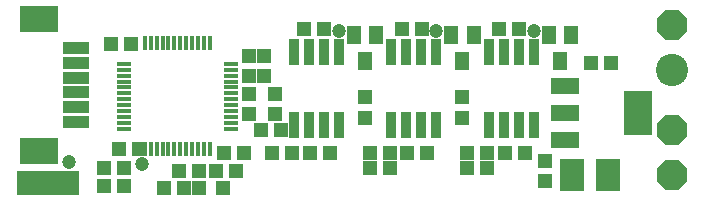
<source format=gbr>
G04 --- HEADER BEGIN --- *
%TF.GenerationSoftware,LibrePCB,LibrePCB,0.1.0*%
%TF.CreationDate,2018-04-15T17:46:50*%
%TF.ProjectId,Demo Brushless Controller Project - default,ace706f3-b818-4ce9-86ab-e3185109c18f,v1*%
%TF.Part,Single*%
%FSLAX66Y66*%
%MOMM*%
G01*
G74*
G04 --- HEADER END --- *
G04 --- APERTURE LIST BEGIN --- *
%ADD10P,2.74X8X22.5*%
%ADD11R,1.2X1.6*%
%ADD12R,5.28X2.0288*%
%ADD13R,1.3X1.2*%
%ADD14R,1.2X0.4*%
%ADD15R,0.4X1.2*%
%ADD16R,1.2X1.3*%
%ADD17C,2.74*%
%ADD18P,2.74X8X292.5*%
%ADD19R,2.4X3.8*%
%ADD20R,2.435X1.419*%
%ADD21R,0.8604X2.232*%
%ADD22R,1.2X1.2*%
%ADD23R,2.2X1.0*%
%ADD24R,3.2X2.3*%
%ADD25R,2.15X2.7*%
%ADD26C,1.2*%
G04 --- APERTURE LIST END --- *
G04 --- BOARD BEGIN --- *
D10*
X55880000Y14605000D03*
D11*
X30795000Y13800000D03*
X29845000Y11600000D03*
X28895000Y13800000D03*
D12*
X3016250Y1270000D03*
D13*
X7722500Y952500D03*
X9422500Y952500D03*
D14*
X9470000Y6322500D03*
D15*
X14720000Y13072500D03*
D14*
X9470000Y7322500D03*
D15*
X11720000Y13072500D03*
D14*
X9470000Y10322500D03*
X18470000Y9822500D03*
X18470000Y7322500D03*
D15*
X12720000Y4072500D03*
X13720000Y13072500D03*
X14720000Y4072500D03*
D14*
X18470000Y7822500D03*
X9470000Y9322500D03*
D15*
X12220000Y4072500D03*
X16720000Y13072500D03*
D14*
X18470000Y5822500D03*
D15*
X11220000Y4072500D03*
X11220000Y13072500D03*
D14*
X9470000Y5822500D03*
D15*
X16220000Y13072500D03*
D14*
X9470000Y11322500D03*
X9470000Y8322500D03*
X9470000Y7822500D03*
X9470000Y9822500D03*
D15*
X14220000Y13072500D03*
D14*
X18470000Y10322500D03*
D15*
X13720000Y4072500D03*
D14*
X18470000Y6822500D03*
D15*
X15720000Y4072500D03*
D14*
X18470000Y8822500D03*
D15*
X16220000Y4072500D03*
X13220000Y4072500D03*
D14*
X9470000Y8822500D03*
D15*
X15720000Y13072500D03*
D14*
X9470000Y10822500D03*
X9470000Y6822500D03*
X18470000Y11322500D03*
D15*
X15220000Y13072500D03*
X13220000Y13072500D03*
D14*
X18470000Y9322500D03*
D15*
X12220000Y13072500D03*
D14*
X18470000Y8322500D03*
X18470000Y10822500D03*
D15*
X14220000Y4072500D03*
X16720000Y4072500D03*
X12720000Y13072500D03*
D14*
X18470000Y6322500D03*
D15*
X15220000Y4072500D03*
X11720000Y4072500D03*
D16*
X38520000Y2540000D03*
X40220000Y2540000D03*
D17*
X55880000Y10795000D03*
D18*
X55880000Y5715000D03*
D13*
X50697500Y11430000D03*
X48997500Y11430000D03*
D16*
X20002500Y8787500D03*
X20002500Y7087500D03*
X38520000Y3810000D03*
X40220000Y3810000D03*
X20002500Y10262500D03*
X20002500Y11962500D03*
D13*
X22225000Y8787500D03*
X22225000Y7087500D03*
X41695000Y3810000D03*
X43395000Y3810000D03*
X8992500Y4127500D03*
X10692500Y4127500D03*
D16*
X19582500Y3810000D03*
X17882500Y3810000D03*
D19*
X52946500Y7143750D03*
D20*
X46748500Y9454750D03*
X46748500Y4832750D03*
X46748500Y7143750D03*
D13*
X29845000Y8470000D03*
X29845000Y6770000D03*
X12802500Y793750D03*
X14502500Y793750D03*
X24708750Y14287500D03*
X26408750Y14287500D03*
D16*
X18947500Y2222500D03*
X17247500Y2222500D03*
D10*
X55880000Y1905000D03*
D13*
X21272500Y10262500D03*
X21272500Y11962500D03*
D16*
X45085000Y3072500D03*
X45085000Y1372500D03*
D13*
X41218750Y14287500D03*
X42918750Y14287500D03*
X25185000Y3810000D03*
X26885000Y3810000D03*
X38100000Y8470000D03*
X38100000Y6770000D03*
D21*
X32067500Y12280900D03*
X35877500Y6134100D03*
X32067500Y6134100D03*
X34607500Y12280900D03*
X33337500Y12280900D03*
X34607500Y6134100D03*
X33337500Y6134100D03*
X35877500Y12280900D03*
D16*
X22010000Y3810000D03*
X23710000Y3810000D03*
D13*
X7722500Y2540000D03*
X9422500Y2540000D03*
D11*
X39050000Y13800000D03*
X38100000Y11600000D03*
X37150000Y13800000D03*
D13*
X33440000Y3810000D03*
X35140000Y3810000D03*
D21*
X23812500Y12280900D03*
X27622500Y6134100D03*
X23812500Y6134100D03*
X26352500Y12280900D03*
X25082500Y12280900D03*
X26352500Y6134100D03*
X25082500Y6134100D03*
X27622500Y12280900D03*
X40322500Y12280900D03*
X44132500Y6134100D03*
X40322500Y6134100D03*
X42862500Y12280900D03*
X41592500Y12280900D03*
X42862500Y6134100D03*
X41592500Y6134100D03*
X44132500Y12280900D03*
D22*
X15827500Y793750D03*
X17827500Y793750D03*
D11*
X47305000Y13800000D03*
X46355000Y11600000D03*
X45405000Y13800000D03*
D13*
X10057500Y13017500D03*
X8357500Y13017500D03*
D23*
X5357500Y12650000D03*
X5357500Y8900000D03*
D24*
X2232500Y3900000D03*
D23*
X5357500Y7650000D03*
X5357500Y11400000D03*
X5357500Y6400000D03*
D24*
X2232500Y15150000D03*
D23*
X5357500Y10150000D03*
D16*
X30265000Y2540000D03*
X31965000Y2540000D03*
X30265000Y3810000D03*
X31965000Y3810000D03*
D13*
X14072500Y2222500D03*
X15772500Y2222500D03*
X32963750Y14287500D03*
X34663750Y14287500D03*
D25*
X50420000Y1905000D03*
X47370000Y1905000D03*
D16*
X21057500Y5715000D03*
X22757500Y5715000D03*
D26*
X10953750Y2857500D03*
X27622500Y14128750D03*
X35877500Y14128750D03*
X44132500Y14128750D03*
X4762500Y3016250D03*
G04 --- BOARD END --- *
%TF.MD5,3d65eff129c8da4de20bec86bab3ed7d*%
M02*

</source>
